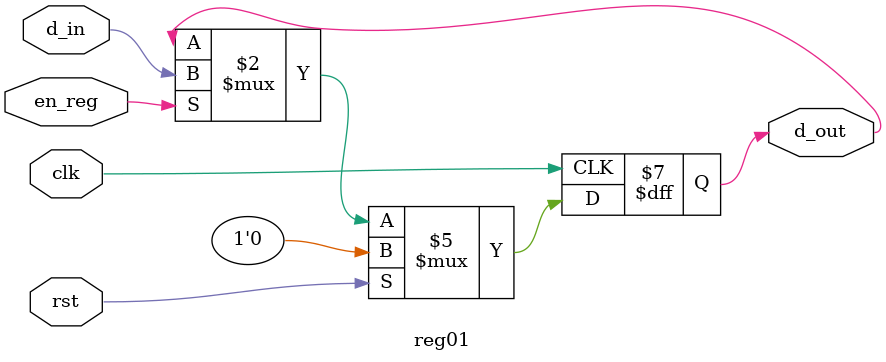
<source format=v>
/*
	Title: 32-Bit Register with Synchronous Reset
	Editor: Selene (Computer System and Architecture Lab, ICE, CYCU)
	
	Input Port
		1. clk
		2. rst: ????
		3. en_reg: ??????????
		4. d_in: ?????????
	Output Port
		1. d_out: ?????????
*/
module reg01 ( clk, rst, en_reg, d_in, d_out );
  input clk, rst, en_reg;
  input	d_in;
  output d_out;
  reg  d_out;
 
  always @( posedge clk ) begin
    if ( rst )
      d_out <= 1'b0;
    else if ( en_reg )
      d_out <= d_in;
  end

endmodule
	


</source>
